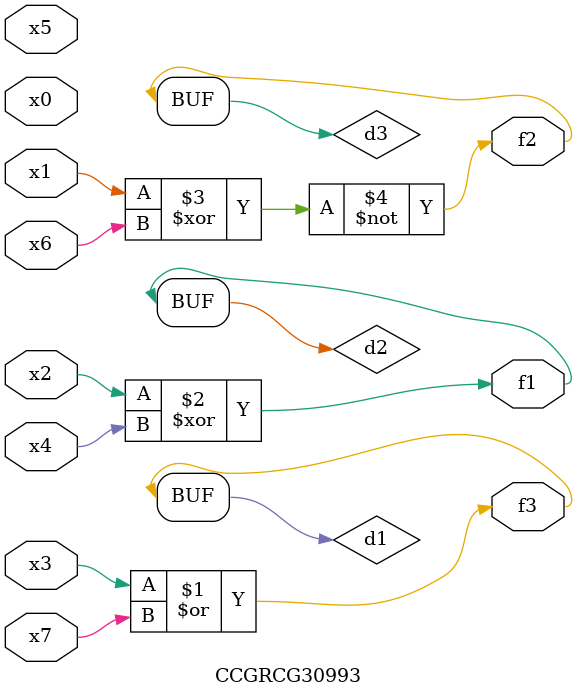
<source format=v>
module CCGRCG30993(
	input x0, x1, x2, x3, x4, x5, x6, x7,
	output f1, f2, f3
);

	wire d1, d2, d3;

	or (d1, x3, x7);
	xor (d2, x2, x4);
	xnor (d3, x1, x6);
	assign f1 = d2;
	assign f2 = d3;
	assign f3 = d1;
endmodule

</source>
